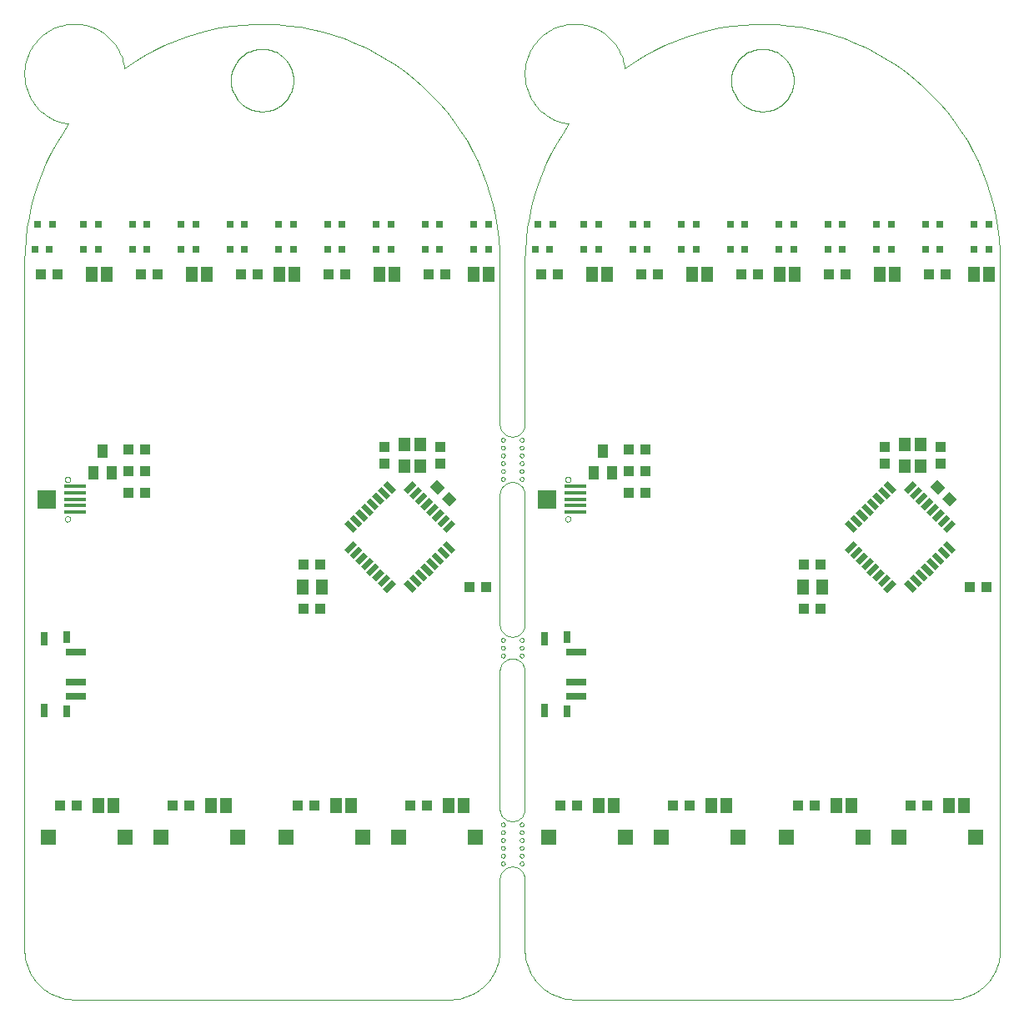
<source format=gtp>
G75*
G70*
%OFA0B0*%
%FSLAX24Y24*%
%IPPOS*%
%LPD*%
%AMOC8*
5,1,8,0,0,1.08239X$1,22.5*
%
%ADD10C,0.0000*%
%ADD11R,0.0500X0.0220*%
%ADD12R,0.0220X0.0500*%
%ADD13R,0.0394X0.0433*%
%ADD14R,0.0433X0.0394*%
%ADD15R,0.0315X0.0315*%
%ADD16R,0.0460X0.0630*%
%ADD17R,0.0787X0.0315*%
%ADD18R,0.0315X0.0472*%
%ADD19R,0.0315X0.0551*%
%ADD20R,0.0512X0.0591*%
%ADD21R,0.0886X0.0157*%
%ADD22R,0.0748X0.0748*%
%ADD23R,0.0472X0.0551*%
%ADD24R,0.0591X0.0591*%
%ADD25R,0.0394X0.0551*%
D10*
X002655Y001008D02*
X017655Y001008D01*
X017750Y001010D01*
X017845Y001017D01*
X017940Y001028D01*
X018034Y001044D01*
X018127Y001064D01*
X018218Y001089D01*
X018309Y001118D01*
X018398Y001151D01*
X018486Y001189D01*
X018571Y001230D01*
X018655Y001276D01*
X018736Y001325D01*
X018815Y001379D01*
X018891Y001436D01*
X018965Y001497D01*
X019035Y001561D01*
X019102Y001628D01*
X019166Y001698D01*
X019227Y001772D01*
X019284Y001848D01*
X019338Y001927D01*
X019387Y002008D01*
X019433Y002092D01*
X019474Y002177D01*
X019512Y002265D01*
X019545Y002354D01*
X019574Y002445D01*
X019599Y002536D01*
X019619Y002629D01*
X019635Y002723D01*
X019646Y002818D01*
X019653Y002913D01*
X019655Y003008D01*
X019655Y005820D01*
X019657Y005864D01*
X019663Y005907D01*
X019672Y005949D01*
X019685Y005991D01*
X019702Y006031D01*
X019722Y006070D01*
X019745Y006107D01*
X019772Y006141D01*
X019801Y006174D01*
X019834Y006203D01*
X019868Y006230D01*
X019905Y006253D01*
X019944Y006273D01*
X019984Y006290D01*
X020026Y006303D01*
X020068Y006312D01*
X020111Y006318D01*
X020155Y006320D01*
X019701Y006445D02*
X019703Y006463D01*
X019709Y006479D01*
X019718Y006494D01*
X019731Y006507D01*
X019746Y006516D01*
X019762Y006522D01*
X019780Y006524D01*
X019798Y006522D01*
X019814Y006516D01*
X019829Y006507D01*
X019842Y006494D01*
X019851Y006479D01*
X019857Y006463D01*
X019859Y006445D01*
X019857Y006427D01*
X019851Y006411D01*
X019842Y006396D01*
X019829Y006383D01*
X019814Y006374D01*
X019798Y006368D01*
X019780Y006366D01*
X019762Y006368D01*
X019746Y006374D01*
X019731Y006383D01*
X019718Y006396D01*
X019709Y006411D01*
X019703Y006427D01*
X019701Y006445D01*
X019701Y006758D02*
X019703Y006776D01*
X019709Y006792D01*
X019718Y006807D01*
X019731Y006820D01*
X019746Y006829D01*
X019762Y006835D01*
X019780Y006837D01*
X019798Y006835D01*
X019814Y006829D01*
X019829Y006820D01*
X019842Y006807D01*
X019851Y006792D01*
X019857Y006776D01*
X019859Y006758D01*
X019857Y006740D01*
X019851Y006724D01*
X019842Y006709D01*
X019829Y006696D01*
X019814Y006687D01*
X019798Y006681D01*
X019780Y006679D01*
X019762Y006681D01*
X019746Y006687D01*
X019731Y006696D01*
X019718Y006709D01*
X019709Y006724D01*
X019703Y006740D01*
X019701Y006758D01*
X019701Y007070D02*
X019703Y007088D01*
X019709Y007104D01*
X019718Y007119D01*
X019731Y007132D01*
X019746Y007141D01*
X019762Y007147D01*
X019780Y007149D01*
X019798Y007147D01*
X019814Y007141D01*
X019829Y007132D01*
X019842Y007119D01*
X019851Y007104D01*
X019857Y007088D01*
X019859Y007070D01*
X019857Y007052D01*
X019851Y007036D01*
X019842Y007021D01*
X019829Y007008D01*
X019814Y006999D01*
X019798Y006993D01*
X019780Y006991D01*
X019762Y006993D01*
X019746Y006999D01*
X019731Y007008D01*
X019718Y007021D01*
X019709Y007036D01*
X019703Y007052D01*
X019701Y007070D01*
X019701Y007383D02*
X019703Y007401D01*
X019709Y007417D01*
X019718Y007432D01*
X019731Y007445D01*
X019746Y007454D01*
X019762Y007460D01*
X019780Y007462D01*
X019798Y007460D01*
X019814Y007454D01*
X019829Y007445D01*
X019842Y007432D01*
X019851Y007417D01*
X019857Y007401D01*
X019859Y007383D01*
X019857Y007365D01*
X019851Y007349D01*
X019842Y007334D01*
X019829Y007321D01*
X019814Y007312D01*
X019798Y007306D01*
X019780Y007304D01*
X019762Y007306D01*
X019746Y007312D01*
X019731Y007321D01*
X019718Y007334D01*
X019709Y007349D01*
X019703Y007365D01*
X019701Y007383D01*
X019701Y007695D02*
X019703Y007713D01*
X019709Y007729D01*
X019718Y007744D01*
X019731Y007757D01*
X019746Y007766D01*
X019762Y007772D01*
X019780Y007774D01*
X019798Y007772D01*
X019814Y007766D01*
X019829Y007757D01*
X019842Y007744D01*
X019851Y007729D01*
X019857Y007713D01*
X019859Y007695D01*
X019857Y007677D01*
X019851Y007661D01*
X019842Y007646D01*
X019829Y007633D01*
X019814Y007624D01*
X019798Y007618D01*
X019780Y007616D01*
X019762Y007618D01*
X019746Y007624D01*
X019731Y007633D01*
X019718Y007646D01*
X019709Y007661D01*
X019703Y007677D01*
X019701Y007695D01*
X019701Y008008D02*
X019703Y008026D01*
X019709Y008042D01*
X019718Y008057D01*
X019731Y008070D01*
X019746Y008079D01*
X019762Y008085D01*
X019780Y008087D01*
X019798Y008085D01*
X019814Y008079D01*
X019829Y008070D01*
X019842Y008057D01*
X019851Y008042D01*
X019857Y008026D01*
X019859Y008008D01*
X019857Y007990D01*
X019851Y007974D01*
X019842Y007959D01*
X019829Y007946D01*
X019814Y007937D01*
X019798Y007931D01*
X019780Y007929D01*
X019762Y007931D01*
X019746Y007937D01*
X019731Y007946D01*
X019718Y007959D01*
X019709Y007974D01*
X019703Y007990D01*
X019701Y008008D01*
X019655Y008633D02*
X019655Y014133D01*
X019657Y014177D01*
X019663Y014220D01*
X019672Y014262D01*
X019685Y014304D01*
X019702Y014344D01*
X019722Y014383D01*
X019745Y014420D01*
X019772Y014454D01*
X019801Y014487D01*
X019834Y014516D01*
X019868Y014543D01*
X019905Y014566D01*
X019944Y014586D01*
X019984Y014603D01*
X020026Y014616D01*
X020068Y014625D01*
X020111Y014631D01*
X020155Y014633D01*
X019701Y014758D02*
X019703Y014776D01*
X019709Y014792D01*
X019718Y014807D01*
X019731Y014820D01*
X019746Y014829D01*
X019762Y014835D01*
X019780Y014837D01*
X019798Y014835D01*
X019814Y014829D01*
X019829Y014820D01*
X019842Y014807D01*
X019851Y014792D01*
X019857Y014776D01*
X019859Y014758D01*
X019857Y014740D01*
X019851Y014724D01*
X019842Y014709D01*
X019829Y014696D01*
X019814Y014687D01*
X019798Y014681D01*
X019780Y014679D01*
X019762Y014681D01*
X019746Y014687D01*
X019731Y014696D01*
X019718Y014709D01*
X019709Y014724D01*
X019703Y014740D01*
X019701Y014758D01*
X019701Y015070D02*
X019703Y015088D01*
X019709Y015104D01*
X019718Y015119D01*
X019731Y015132D01*
X019746Y015141D01*
X019762Y015147D01*
X019780Y015149D01*
X019798Y015147D01*
X019814Y015141D01*
X019829Y015132D01*
X019842Y015119D01*
X019851Y015104D01*
X019857Y015088D01*
X019859Y015070D01*
X019857Y015052D01*
X019851Y015036D01*
X019842Y015021D01*
X019829Y015008D01*
X019814Y014999D01*
X019798Y014993D01*
X019780Y014991D01*
X019762Y014993D01*
X019746Y014999D01*
X019731Y015008D01*
X019718Y015021D01*
X019709Y015036D01*
X019703Y015052D01*
X019701Y015070D01*
X019701Y015383D02*
X019703Y015401D01*
X019709Y015417D01*
X019718Y015432D01*
X019731Y015445D01*
X019746Y015454D01*
X019762Y015460D01*
X019780Y015462D01*
X019798Y015460D01*
X019814Y015454D01*
X019829Y015445D01*
X019842Y015432D01*
X019851Y015417D01*
X019857Y015401D01*
X019859Y015383D01*
X019857Y015365D01*
X019851Y015349D01*
X019842Y015334D01*
X019829Y015321D01*
X019814Y015312D01*
X019798Y015306D01*
X019780Y015304D01*
X019762Y015306D01*
X019746Y015312D01*
X019731Y015321D01*
X019718Y015334D01*
X019709Y015349D01*
X019703Y015365D01*
X019701Y015383D01*
X019655Y016008D02*
X019655Y021195D01*
X019657Y021239D01*
X019663Y021282D01*
X019672Y021324D01*
X019685Y021366D01*
X019702Y021406D01*
X019722Y021445D01*
X019745Y021482D01*
X019772Y021516D01*
X019801Y021549D01*
X019834Y021578D01*
X019868Y021605D01*
X019905Y021628D01*
X019944Y021648D01*
X019984Y021665D01*
X020026Y021678D01*
X020068Y021687D01*
X020111Y021693D01*
X020155Y021695D01*
X019701Y021820D02*
X019703Y021838D01*
X019709Y021854D01*
X019718Y021869D01*
X019731Y021882D01*
X019746Y021891D01*
X019762Y021897D01*
X019780Y021899D01*
X019798Y021897D01*
X019814Y021891D01*
X019829Y021882D01*
X019842Y021869D01*
X019851Y021854D01*
X019857Y021838D01*
X019859Y021820D01*
X019857Y021802D01*
X019851Y021786D01*
X019842Y021771D01*
X019829Y021758D01*
X019814Y021749D01*
X019798Y021743D01*
X019780Y021741D01*
X019762Y021743D01*
X019746Y021749D01*
X019731Y021758D01*
X019718Y021771D01*
X019709Y021786D01*
X019703Y021802D01*
X019701Y021820D01*
X019701Y022133D02*
X019703Y022151D01*
X019709Y022167D01*
X019718Y022182D01*
X019731Y022195D01*
X019746Y022204D01*
X019762Y022210D01*
X019780Y022212D01*
X019798Y022210D01*
X019814Y022204D01*
X019829Y022195D01*
X019842Y022182D01*
X019851Y022167D01*
X019857Y022151D01*
X019859Y022133D01*
X019857Y022115D01*
X019851Y022099D01*
X019842Y022084D01*
X019829Y022071D01*
X019814Y022062D01*
X019798Y022056D01*
X019780Y022054D01*
X019762Y022056D01*
X019746Y022062D01*
X019731Y022071D01*
X019718Y022084D01*
X019709Y022099D01*
X019703Y022115D01*
X019701Y022133D01*
X019701Y022445D02*
X019703Y022463D01*
X019709Y022479D01*
X019718Y022494D01*
X019731Y022507D01*
X019746Y022516D01*
X019762Y022522D01*
X019780Y022524D01*
X019798Y022522D01*
X019814Y022516D01*
X019829Y022507D01*
X019842Y022494D01*
X019851Y022479D01*
X019857Y022463D01*
X019859Y022445D01*
X019857Y022427D01*
X019851Y022411D01*
X019842Y022396D01*
X019829Y022383D01*
X019814Y022374D01*
X019798Y022368D01*
X019780Y022366D01*
X019762Y022368D01*
X019746Y022374D01*
X019731Y022383D01*
X019718Y022396D01*
X019709Y022411D01*
X019703Y022427D01*
X019701Y022445D01*
X019701Y022758D02*
X019703Y022776D01*
X019709Y022792D01*
X019718Y022807D01*
X019731Y022820D01*
X019746Y022829D01*
X019762Y022835D01*
X019780Y022837D01*
X019798Y022835D01*
X019814Y022829D01*
X019829Y022820D01*
X019842Y022807D01*
X019851Y022792D01*
X019857Y022776D01*
X019859Y022758D01*
X019857Y022740D01*
X019851Y022724D01*
X019842Y022709D01*
X019829Y022696D01*
X019814Y022687D01*
X019798Y022681D01*
X019780Y022679D01*
X019762Y022681D01*
X019746Y022687D01*
X019731Y022696D01*
X019718Y022709D01*
X019709Y022724D01*
X019703Y022740D01*
X019701Y022758D01*
X019701Y023070D02*
X019703Y023088D01*
X019709Y023104D01*
X019718Y023119D01*
X019731Y023132D01*
X019746Y023141D01*
X019762Y023147D01*
X019780Y023149D01*
X019798Y023147D01*
X019814Y023141D01*
X019829Y023132D01*
X019842Y023119D01*
X019851Y023104D01*
X019857Y023088D01*
X019859Y023070D01*
X019857Y023052D01*
X019851Y023036D01*
X019842Y023021D01*
X019829Y023008D01*
X019814Y022999D01*
X019798Y022993D01*
X019780Y022991D01*
X019762Y022993D01*
X019746Y022999D01*
X019731Y023008D01*
X019718Y023021D01*
X019709Y023036D01*
X019703Y023052D01*
X019701Y023070D01*
X019701Y023383D02*
X019703Y023401D01*
X019709Y023417D01*
X019718Y023432D01*
X019731Y023445D01*
X019746Y023454D01*
X019762Y023460D01*
X019780Y023462D01*
X019798Y023460D01*
X019814Y023454D01*
X019829Y023445D01*
X019842Y023432D01*
X019851Y023417D01*
X019857Y023401D01*
X019859Y023383D01*
X019857Y023365D01*
X019851Y023349D01*
X019842Y023334D01*
X019829Y023321D01*
X019814Y023312D01*
X019798Y023306D01*
X019780Y023304D01*
X019762Y023306D01*
X019746Y023312D01*
X019731Y023321D01*
X019718Y023334D01*
X019709Y023349D01*
X019703Y023365D01*
X019701Y023383D01*
X019655Y024008D02*
X019655Y030508D01*
X020655Y030508D02*
X020655Y024008D01*
X020653Y023964D01*
X020647Y023921D01*
X020638Y023879D01*
X020625Y023837D01*
X020608Y023797D01*
X020588Y023758D01*
X020565Y023721D01*
X020538Y023687D01*
X020509Y023654D01*
X020476Y023625D01*
X020442Y023598D01*
X020405Y023575D01*
X020366Y023555D01*
X020326Y023538D01*
X020284Y023525D01*
X020242Y023516D01*
X020199Y023510D01*
X020155Y023508D01*
X020451Y023383D02*
X020453Y023401D01*
X020459Y023417D01*
X020468Y023432D01*
X020481Y023445D01*
X020496Y023454D01*
X020512Y023460D01*
X020530Y023462D01*
X020548Y023460D01*
X020564Y023454D01*
X020579Y023445D01*
X020592Y023432D01*
X020601Y023417D01*
X020607Y023401D01*
X020609Y023383D01*
X020607Y023365D01*
X020601Y023349D01*
X020592Y023334D01*
X020579Y023321D01*
X020564Y023312D01*
X020548Y023306D01*
X020530Y023304D01*
X020512Y023306D01*
X020496Y023312D01*
X020481Y023321D01*
X020468Y023334D01*
X020459Y023349D01*
X020453Y023365D01*
X020451Y023383D01*
X020451Y023070D02*
X020453Y023088D01*
X020459Y023104D01*
X020468Y023119D01*
X020481Y023132D01*
X020496Y023141D01*
X020512Y023147D01*
X020530Y023149D01*
X020548Y023147D01*
X020564Y023141D01*
X020579Y023132D01*
X020592Y023119D01*
X020601Y023104D01*
X020607Y023088D01*
X020609Y023070D01*
X020607Y023052D01*
X020601Y023036D01*
X020592Y023021D01*
X020579Y023008D01*
X020564Y022999D01*
X020548Y022993D01*
X020530Y022991D01*
X020512Y022993D01*
X020496Y022999D01*
X020481Y023008D01*
X020468Y023021D01*
X020459Y023036D01*
X020453Y023052D01*
X020451Y023070D01*
X020451Y022758D02*
X020453Y022776D01*
X020459Y022792D01*
X020468Y022807D01*
X020481Y022820D01*
X020496Y022829D01*
X020512Y022835D01*
X020530Y022837D01*
X020548Y022835D01*
X020564Y022829D01*
X020579Y022820D01*
X020592Y022807D01*
X020601Y022792D01*
X020607Y022776D01*
X020609Y022758D01*
X020607Y022740D01*
X020601Y022724D01*
X020592Y022709D01*
X020579Y022696D01*
X020564Y022687D01*
X020548Y022681D01*
X020530Y022679D01*
X020512Y022681D01*
X020496Y022687D01*
X020481Y022696D01*
X020468Y022709D01*
X020459Y022724D01*
X020453Y022740D01*
X020451Y022758D01*
X020451Y022445D02*
X020453Y022463D01*
X020459Y022479D01*
X020468Y022494D01*
X020481Y022507D01*
X020496Y022516D01*
X020512Y022522D01*
X020530Y022524D01*
X020548Y022522D01*
X020564Y022516D01*
X020579Y022507D01*
X020592Y022494D01*
X020601Y022479D01*
X020607Y022463D01*
X020609Y022445D01*
X020607Y022427D01*
X020601Y022411D01*
X020592Y022396D01*
X020579Y022383D01*
X020564Y022374D01*
X020548Y022368D01*
X020530Y022366D01*
X020512Y022368D01*
X020496Y022374D01*
X020481Y022383D01*
X020468Y022396D01*
X020459Y022411D01*
X020453Y022427D01*
X020451Y022445D01*
X020451Y022133D02*
X020453Y022151D01*
X020459Y022167D01*
X020468Y022182D01*
X020481Y022195D01*
X020496Y022204D01*
X020512Y022210D01*
X020530Y022212D01*
X020548Y022210D01*
X020564Y022204D01*
X020579Y022195D01*
X020592Y022182D01*
X020601Y022167D01*
X020607Y022151D01*
X020609Y022133D01*
X020607Y022115D01*
X020601Y022099D01*
X020592Y022084D01*
X020579Y022071D01*
X020564Y022062D01*
X020548Y022056D01*
X020530Y022054D01*
X020512Y022056D01*
X020496Y022062D01*
X020481Y022071D01*
X020468Y022084D01*
X020459Y022099D01*
X020453Y022115D01*
X020451Y022133D01*
X020451Y021820D02*
X020453Y021838D01*
X020459Y021854D01*
X020468Y021869D01*
X020481Y021882D01*
X020496Y021891D01*
X020512Y021897D01*
X020530Y021899D01*
X020548Y021897D01*
X020564Y021891D01*
X020579Y021882D01*
X020592Y021869D01*
X020601Y021854D01*
X020607Y021838D01*
X020609Y021820D01*
X020607Y021802D01*
X020601Y021786D01*
X020592Y021771D01*
X020579Y021758D01*
X020564Y021749D01*
X020548Y021743D01*
X020530Y021741D01*
X020512Y021743D01*
X020496Y021749D01*
X020481Y021758D01*
X020468Y021771D01*
X020459Y021786D01*
X020453Y021802D01*
X020451Y021820D01*
X020655Y021195D02*
X020655Y016008D01*
X020653Y015964D01*
X020647Y015921D01*
X020638Y015879D01*
X020625Y015837D01*
X020608Y015797D01*
X020588Y015758D01*
X020565Y015721D01*
X020538Y015687D01*
X020509Y015654D01*
X020476Y015625D01*
X020442Y015598D01*
X020405Y015575D01*
X020366Y015555D01*
X020326Y015538D01*
X020284Y015525D01*
X020242Y015516D01*
X020199Y015510D01*
X020155Y015508D01*
X020451Y015383D02*
X020453Y015401D01*
X020459Y015417D01*
X020468Y015432D01*
X020481Y015445D01*
X020496Y015454D01*
X020512Y015460D01*
X020530Y015462D01*
X020548Y015460D01*
X020564Y015454D01*
X020579Y015445D01*
X020592Y015432D01*
X020601Y015417D01*
X020607Y015401D01*
X020609Y015383D01*
X020607Y015365D01*
X020601Y015349D01*
X020592Y015334D01*
X020579Y015321D01*
X020564Y015312D01*
X020548Y015306D01*
X020530Y015304D01*
X020512Y015306D01*
X020496Y015312D01*
X020481Y015321D01*
X020468Y015334D01*
X020459Y015349D01*
X020453Y015365D01*
X020451Y015383D01*
X020451Y015070D02*
X020453Y015088D01*
X020459Y015104D01*
X020468Y015119D01*
X020481Y015132D01*
X020496Y015141D01*
X020512Y015147D01*
X020530Y015149D01*
X020548Y015147D01*
X020564Y015141D01*
X020579Y015132D01*
X020592Y015119D01*
X020601Y015104D01*
X020607Y015088D01*
X020609Y015070D01*
X020607Y015052D01*
X020601Y015036D01*
X020592Y015021D01*
X020579Y015008D01*
X020564Y014999D01*
X020548Y014993D01*
X020530Y014991D01*
X020512Y014993D01*
X020496Y014999D01*
X020481Y015008D01*
X020468Y015021D01*
X020459Y015036D01*
X020453Y015052D01*
X020451Y015070D01*
X020451Y014758D02*
X020453Y014776D01*
X020459Y014792D01*
X020468Y014807D01*
X020481Y014820D01*
X020496Y014829D01*
X020512Y014835D01*
X020530Y014837D01*
X020548Y014835D01*
X020564Y014829D01*
X020579Y014820D01*
X020592Y014807D01*
X020601Y014792D01*
X020607Y014776D01*
X020609Y014758D01*
X020607Y014740D01*
X020601Y014724D01*
X020592Y014709D01*
X020579Y014696D01*
X020564Y014687D01*
X020548Y014681D01*
X020530Y014679D01*
X020512Y014681D01*
X020496Y014687D01*
X020481Y014696D01*
X020468Y014709D01*
X020459Y014724D01*
X020453Y014740D01*
X020451Y014758D01*
X020655Y014133D02*
X020655Y008633D01*
X020653Y008589D01*
X020647Y008546D01*
X020638Y008504D01*
X020625Y008462D01*
X020608Y008422D01*
X020588Y008383D01*
X020565Y008346D01*
X020538Y008312D01*
X020509Y008279D01*
X020476Y008250D01*
X020442Y008223D01*
X020405Y008200D01*
X020366Y008180D01*
X020326Y008163D01*
X020284Y008150D01*
X020242Y008141D01*
X020199Y008135D01*
X020155Y008133D01*
X020451Y008008D02*
X020453Y008026D01*
X020459Y008042D01*
X020468Y008057D01*
X020481Y008070D01*
X020496Y008079D01*
X020512Y008085D01*
X020530Y008087D01*
X020548Y008085D01*
X020564Y008079D01*
X020579Y008070D01*
X020592Y008057D01*
X020601Y008042D01*
X020607Y008026D01*
X020609Y008008D01*
X020607Y007990D01*
X020601Y007974D01*
X020592Y007959D01*
X020579Y007946D01*
X020564Y007937D01*
X020548Y007931D01*
X020530Y007929D01*
X020512Y007931D01*
X020496Y007937D01*
X020481Y007946D01*
X020468Y007959D01*
X020459Y007974D01*
X020453Y007990D01*
X020451Y008008D01*
X020451Y007695D02*
X020453Y007713D01*
X020459Y007729D01*
X020468Y007744D01*
X020481Y007757D01*
X020496Y007766D01*
X020512Y007772D01*
X020530Y007774D01*
X020548Y007772D01*
X020564Y007766D01*
X020579Y007757D01*
X020592Y007744D01*
X020601Y007729D01*
X020607Y007713D01*
X020609Y007695D01*
X020607Y007677D01*
X020601Y007661D01*
X020592Y007646D01*
X020579Y007633D01*
X020564Y007624D01*
X020548Y007618D01*
X020530Y007616D01*
X020512Y007618D01*
X020496Y007624D01*
X020481Y007633D01*
X020468Y007646D01*
X020459Y007661D01*
X020453Y007677D01*
X020451Y007695D01*
X020451Y007383D02*
X020453Y007401D01*
X020459Y007417D01*
X020468Y007432D01*
X020481Y007445D01*
X020496Y007454D01*
X020512Y007460D01*
X020530Y007462D01*
X020548Y007460D01*
X020564Y007454D01*
X020579Y007445D01*
X020592Y007432D01*
X020601Y007417D01*
X020607Y007401D01*
X020609Y007383D01*
X020607Y007365D01*
X020601Y007349D01*
X020592Y007334D01*
X020579Y007321D01*
X020564Y007312D01*
X020548Y007306D01*
X020530Y007304D01*
X020512Y007306D01*
X020496Y007312D01*
X020481Y007321D01*
X020468Y007334D01*
X020459Y007349D01*
X020453Y007365D01*
X020451Y007383D01*
X020451Y007070D02*
X020453Y007088D01*
X020459Y007104D01*
X020468Y007119D01*
X020481Y007132D01*
X020496Y007141D01*
X020512Y007147D01*
X020530Y007149D01*
X020548Y007147D01*
X020564Y007141D01*
X020579Y007132D01*
X020592Y007119D01*
X020601Y007104D01*
X020607Y007088D01*
X020609Y007070D01*
X020607Y007052D01*
X020601Y007036D01*
X020592Y007021D01*
X020579Y007008D01*
X020564Y006999D01*
X020548Y006993D01*
X020530Y006991D01*
X020512Y006993D01*
X020496Y006999D01*
X020481Y007008D01*
X020468Y007021D01*
X020459Y007036D01*
X020453Y007052D01*
X020451Y007070D01*
X020451Y006758D02*
X020453Y006776D01*
X020459Y006792D01*
X020468Y006807D01*
X020481Y006820D01*
X020496Y006829D01*
X020512Y006835D01*
X020530Y006837D01*
X020548Y006835D01*
X020564Y006829D01*
X020579Y006820D01*
X020592Y006807D01*
X020601Y006792D01*
X020607Y006776D01*
X020609Y006758D01*
X020607Y006740D01*
X020601Y006724D01*
X020592Y006709D01*
X020579Y006696D01*
X020564Y006687D01*
X020548Y006681D01*
X020530Y006679D01*
X020512Y006681D01*
X020496Y006687D01*
X020481Y006696D01*
X020468Y006709D01*
X020459Y006724D01*
X020453Y006740D01*
X020451Y006758D01*
X020451Y006445D02*
X020453Y006463D01*
X020459Y006479D01*
X020468Y006494D01*
X020481Y006507D01*
X020496Y006516D01*
X020512Y006522D01*
X020530Y006524D01*
X020548Y006522D01*
X020564Y006516D01*
X020579Y006507D01*
X020592Y006494D01*
X020601Y006479D01*
X020607Y006463D01*
X020609Y006445D01*
X020607Y006427D01*
X020601Y006411D01*
X020592Y006396D01*
X020579Y006383D01*
X020564Y006374D01*
X020548Y006368D01*
X020530Y006366D01*
X020512Y006368D01*
X020496Y006374D01*
X020481Y006383D01*
X020468Y006396D01*
X020459Y006411D01*
X020453Y006427D01*
X020451Y006445D01*
X020655Y005820D02*
X020655Y003008D01*
X020657Y002913D01*
X020664Y002818D01*
X020675Y002723D01*
X020691Y002629D01*
X020711Y002536D01*
X020736Y002445D01*
X020765Y002354D01*
X020798Y002265D01*
X020836Y002177D01*
X020877Y002092D01*
X020923Y002008D01*
X020972Y001927D01*
X021026Y001848D01*
X021083Y001772D01*
X021144Y001698D01*
X021208Y001628D01*
X021275Y001561D01*
X021345Y001497D01*
X021419Y001436D01*
X021495Y001379D01*
X021574Y001325D01*
X021655Y001276D01*
X021739Y001230D01*
X021824Y001189D01*
X021912Y001151D01*
X022001Y001118D01*
X022092Y001089D01*
X022183Y001064D01*
X022276Y001044D01*
X022370Y001028D01*
X022465Y001017D01*
X022560Y001010D01*
X022655Y001008D01*
X037655Y001008D01*
X037750Y001010D01*
X037845Y001017D01*
X037940Y001028D01*
X038034Y001044D01*
X038127Y001064D01*
X038218Y001089D01*
X038309Y001118D01*
X038398Y001151D01*
X038486Y001189D01*
X038571Y001230D01*
X038655Y001276D01*
X038736Y001325D01*
X038815Y001379D01*
X038891Y001436D01*
X038965Y001497D01*
X039035Y001561D01*
X039102Y001628D01*
X039166Y001698D01*
X039227Y001772D01*
X039284Y001848D01*
X039338Y001927D01*
X039387Y002008D01*
X039433Y002092D01*
X039474Y002177D01*
X039512Y002265D01*
X039545Y002354D01*
X039574Y002445D01*
X039599Y002536D01*
X039619Y002629D01*
X039635Y002723D01*
X039646Y002818D01*
X039653Y002913D01*
X039655Y003008D01*
X039655Y030508D01*
X039644Y030970D01*
X039610Y031431D01*
X039554Y031890D01*
X039476Y032345D01*
X039375Y032796D01*
X039253Y033242D01*
X039109Y033681D01*
X038944Y034113D01*
X038759Y034536D01*
X038553Y034950D01*
X038327Y035353D01*
X038081Y035745D01*
X037817Y036124D01*
X037535Y036490D01*
X037235Y036842D01*
X036919Y037179D01*
X036586Y037500D01*
X036239Y037804D01*
X035877Y038092D01*
X035501Y038361D01*
X035113Y038612D01*
X034713Y038843D01*
X034302Y039055D01*
X033881Y039247D01*
X033452Y039418D01*
X033015Y039567D01*
X032571Y039696D01*
X032121Y039802D01*
X031667Y039887D01*
X031209Y039949D01*
X030748Y039989D01*
X030287Y040007D01*
X029824Y040002D01*
X029363Y039975D01*
X028904Y039925D01*
X028447Y039853D01*
X027995Y039759D01*
X027547Y039643D01*
X027106Y039505D01*
X026672Y039346D01*
X026246Y039167D01*
X025830Y038966D01*
X025424Y038746D01*
X025028Y038506D01*
X024646Y038247D01*
X024645Y038248D02*
X024631Y038344D01*
X024612Y038440D01*
X024589Y038535D01*
X024561Y038628D01*
X024528Y038720D01*
X024492Y038810D01*
X024450Y038898D01*
X024405Y038984D01*
X024356Y039068D01*
X024302Y039150D01*
X024245Y039228D01*
X024183Y039304D01*
X024119Y039377D01*
X024050Y039446D01*
X023979Y039513D01*
X023904Y039575D01*
X023826Y039634D01*
X023746Y039689D01*
X023663Y039740D01*
X023578Y039787D01*
X023490Y039830D01*
X023401Y039868D01*
X023309Y039902D01*
X023217Y039932D01*
X023123Y039957D01*
X023027Y039977D01*
X022931Y039993D01*
X022834Y040004D01*
X022737Y040010D01*
X022640Y040012D01*
X022542Y040009D01*
X022445Y040001D01*
X022349Y039988D01*
X022253Y039971D01*
X022158Y039949D01*
X022064Y039923D01*
X021972Y039892D01*
X021881Y039857D01*
X021792Y039817D01*
X021705Y039773D01*
X021621Y039724D01*
X021538Y039672D01*
X021459Y039616D01*
X021382Y039556D01*
X021308Y039492D01*
X021238Y039425D01*
X021171Y039355D01*
X021107Y039281D01*
X021047Y039204D01*
X020991Y039125D01*
X020939Y039042D01*
X020890Y038958D01*
X020846Y038871D01*
X020806Y038782D01*
X020771Y038691D01*
X020740Y038599D01*
X020714Y038505D01*
X020692Y038410D01*
X020675Y038314D01*
X020662Y038218D01*
X020654Y038121D01*
X020651Y038023D01*
X020653Y037926D01*
X020659Y037829D01*
X020670Y037732D01*
X020686Y037636D01*
X020706Y037540D01*
X020731Y037446D01*
X020761Y037354D01*
X020795Y037262D01*
X020833Y037173D01*
X020876Y037085D01*
X020923Y037000D01*
X020974Y036917D01*
X021029Y036837D01*
X021088Y036759D01*
X021150Y036684D01*
X021217Y036613D01*
X021286Y036544D01*
X021359Y036480D01*
X021435Y036418D01*
X021513Y036361D01*
X021595Y036307D01*
X021679Y036258D01*
X021765Y036213D01*
X021853Y036171D01*
X021943Y036135D01*
X022035Y036102D01*
X022128Y036074D01*
X022223Y036051D01*
X022319Y036032D01*
X022415Y036018D01*
X028905Y037758D02*
X028907Y037828D01*
X028913Y037898D01*
X028923Y037967D01*
X028936Y038036D01*
X028954Y038104D01*
X028975Y038171D01*
X029000Y038236D01*
X029029Y038300D01*
X029061Y038363D01*
X029097Y038423D01*
X029136Y038481D01*
X029178Y038537D01*
X029223Y038591D01*
X029271Y038642D01*
X029322Y038690D01*
X029376Y038735D01*
X029432Y038777D01*
X029490Y038816D01*
X029550Y038852D01*
X029613Y038884D01*
X029677Y038913D01*
X029742Y038938D01*
X029809Y038959D01*
X029877Y038977D01*
X029946Y038990D01*
X030015Y039000D01*
X030085Y039006D01*
X030155Y039008D01*
X030225Y039006D01*
X030295Y039000D01*
X030364Y038990D01*
X030433Y038977D01*
X030501Y038959D01*
X030568Y038938D01*
X030633Y038913D01*
X030697Y038884D01*
X030760Y038852D01*
X030820Y038816D01*
X030878Y038777D01*
X030934Y038735D01*
X030988Y038690D01*
X031039Y038642D01*
X031087Y038591D01*
X031132Y038537D01*
X031174Y038481D01*
X031213Y038423D01*
X031249Y038363D01*
X031281Y038300D01*
X031310Y038236D01*
X031335Y038171D01*
X031356Y038104D01*
X031374Y038036D01*
X031387Y037967D01*
X031397Y037898D01*
X031403Y037828D01*
X031405Y037758D01*
X031403Y037688D01*
X031397Y037618D01*
X031387Y037549D01*
X031374Y037480D01*
X031356Y037412D01*
X031335Y037345D01*
X031310Y037280D01*
X031281Y037216D01*
X031249Y037153D01*
X031213Y037093D01*
X031174Y037035D01*
X031132Y036979D01*
X031087Y036925D01*
X031039Y036874D01*
X030988Y036826D01*
X030934Y036781D01*
X030878Y036739D01*
X030820Y036700D01*
X030760Y036664D01*
X030697Y036632D01*
X030633Y036603D01*
X030568Y036578D01*
X030501Y036557D01*
X030433Y036539D01*
X030364Y036526D01*
X030295Y036516D01*
X030225Y036510D01*
X030155Y036508D01*
X030085Y036510D01*
X030015Y036516D01*
X029946Y036526D01*
X029877Y036539D01*
X029809Y036557D01*
X029742Y036578D01*
X029677Y036603D01*
X029613Y036632D01*
X029550Y036664D01*
X029490Y036700D01*
X029432Y036739D01*
X029376Y036781D01*
X029322Y036826D01*
X029271Y036874D01*
X029223Y036925D01*
X029178Y036979D01*
X029136Y037035D01*
X029097Y037093D01*
X029061Y037153D01*
X029029Y037216D01*
X029000Y037280D01*
X028975Y037345D01*
X028954Y037412D01*
X028936Y037480D01*
X028923Y037549D01*
X028913Y037618D01*
X028907Y037688D01*
X028905Y037758D01*
X022416Y036017D02*
X022162Y035643D01*
X021927Y035257D01*
X021711Y034860D01*
X021513Y034454D01*
X021335Y034038D01*
X021177Y033614D01*
X021040Y033184D01*
X020923Y032747D01*
X020827Y032305D01*
X020752Y031860D01*
X020698Y031411D01*
X020666Y030960D01*
X020655Y030508D01*
X019655Y024008D02*
X019657Y023964D01*
X019663Y023921D01*
X019672Y023879D01*
X019685Y023837D01*
X019702Y023797D01*
X019722Y023758D01*
X019745Y023721D01*
X019772Y023687D01*
X019801Y023654D01*
X019834Y023625D01*
X019868Y023598D01*
X019905Y023575D01*
X019944Y023555D01*
X019984Y023538D01*
X020026Y023525D01*
X020068Y023516D01*
X020111Y023510D01*
X020155Y023508D01*
X020155Y021695D02*
X020199Y021693D01*
X020242Y021687D01*
X020284Y021678D01*
X020326Y021665D01*
X020366Y021648D01*
X020405Y021628D01*
X020442Y021605D01*
X020476Y021578D01*
X020509Y021549D01*
X020538Y021516D01*
X020565Y021482D01*
X020588Y021445D01*
X020608Y021406D01*
X020625Y021366D01*
X020638Y021324D01*
X020647Y021282D01*
X020653Y021239D01*
X020655Y021195D01*
X022269Y021795D02*
X022271Y021815D01*
X022277Y021835D01*
X022286Y021853D01*
X022299Y021870D01*
X022314Y021883D01*
X022332Y021893D01*
X022352Y021900D01*
X022372Y021903D01*
X022392Y021902D01*
X022412Y021897D01*
X022431Y021889D01*
X022448Y021877D01*
X022462Y021862D01*
X022473Y021844D01*
X022481Y021825D01*
X022485Y021805D01*
X022485Y021785D01*
X022481Y021765D01*
X022473Y021746D01*
X022462Y021728D01*
X022448Y021713D01*
X022431Y021701D01*
X022412Y021693D01*
X022392Y021688D01*
X022372Y021687D01*
X022352Y021690D01*
X022332Y021697D01*
X022314Y021707D01*
X022299Y021720D01*
X022286Y021737D01*
X022277Y021755D01*
X022271Y021775D01*
X022269Y021795D01*
X022269Y020220D02*
X022271Y020240D01*
X022277Y020260D01*
X022286Y020278D01*
X022299Y020295D01*
X022314Y020308D01*
X022332Y020318D01*
X022352Y020325D01*
X022372Y020328D01*
X022392Y020327D01*
X022412Y020322D01*
X022431Y020314D01*
X022448Y020302D01*
X022462Y020287D01*
X022473Y020269D01*
X022481Y020250D01*
X022485Y020230D01*
X022485Y020210D01*
X022481Y020190D01*
X022473Y020171D01*
X022462Y020153D01*
X022448Y020138D01*
X022431Y020126D01*
X022412Y020118D01*
X022392Y020113D01*
X022372Y020112D01*
X022352Y020115D01*
X022332Y020122D01*
X022314Y020132D01*
X022299Y020145D01*
X022286Y020162D01*
X022277Y020180D01*
X022271Y020200D01*
X022269Y020220D01*
X019655Y016008D02*
X019657Y015964D01*
X019663Y015921D01*
X019672Y015879D01*
X019685Y015837D01*
X019702Y015797D01*
X019722Y015758D01*
X019745Y015721D01*
X019772Y015687D01*
X019801Y015654D01*
X019834Y015625D01*
X019868Y015598D01*
X019905Y015575D01*
X019944Y015555D01*
X019984Y015538D01*
X020026Y015525D01*
X020068Y015516D01*
X020111Y015510D01*
X020155Y015508D01*
X020155Y014633D02*
X020199Y014631D01*
X020242Y014625D01*
X020284Y014616D01*
X020326Y014603D01*
X020366Y014586D01*
X020405Y014566D01*
X020442Y014543D01*
X020476Y014516D01*
X020509Y014487D01*
X020538Y014454D01*
X020565Y014420D01*
X020588Y014383D01*
X020608Y014344D01*
X020625Y014304D01*
X020638Y014262D01*
X020647Y014220D01*
X020653Y014177D01*
X020655Y014133D01*
X019655Y008633D02*
X019657Y008589D01*
X019663Y008546D01*
X019672Y008504D01*
X019685Y008462D01*
X019702Y008422D01*
X019722Y008383D01*
X019745Y008346D01*
X019772Y008312D01*
X019801Y008279D01*
X019834Y008250D01*
X019868Y008223D01*
X019905Y008200D01*
X019944Y008180D01*
X019984Y008163D01*
X020026Y008150D01*
X020068Y008141D01*
X020111Y008135D01*
X020155Y008133D01*
X020155Y006320D02*
X020199Y006318D01*
X020242Y006312D01*
X020284Y006303D01*
X020326Y006290D01*
X020366Y006273D01*
X020405Y006253D01*
X020442Y006230D01*
X020476Y006203D01*
X020509Y006174D01*
X020538Y006141D01*
X020565Y006107D01*
X020588Y006070D01*
X020608Y006031D01*
X020625Y005991D01*
X020638Y005949D01*
X020647Y005907D01*
X020653Y005864D01*
X020655Y005820D01*
X002655Y001008D02*
X002560Y001010D01*
X002465Y001017D01*
X002370Y001028D01*
X002276Y001044D01*
X002183Y001064D01*
X002092Y001089D01*
X002001Y001118D01*
X001912Y001151D01*
X001824Y001189D01*
X001739Y001230D01*
X001655Y001276D01*
X001574Y001325D01*
X001495Y001379D01*
X001419Y001436D01*
X001345Y001497D01*
X001275Y001561D01*
X001208Y001628D01*
X001144Y001698D01*
X001083Y001772D01*
X001026Y001848D01*
X000972Y001927D01*
X000923Y002008D01*
X000877Y002092D01*
X000836Y002177D01*
X000798Y002265D01*
X000765Y002354D01*
X000736Y002445D01*
X000711Y002536D01*
X000691Y002629D01*
X000675Y002723D01*
X000664Y002818D01*
X000657Y002913D01*
X000655Y003008D01*
X000655Y030508D01*
X002415Y036018D02*
X002319Y036032D01*
X002223Y036051D01*
X002128Y036074D01*
X002035Y036102D01*
X001943Y036135D01*
X001853Y036171D01*
X001765Y036213D01*
X001679Y036258D01*
X001595Y036307D01*
X001513Y036361D01*
X001435Y036418D01*
X001359Y036480D01*
X001286Y036544D01*
X001217Y036613D01*
X001150Y036684D01*
X001088Y036759D01*
X001029Y036837D01*
X000974Y036917D01*
X000923Y037000D01*
X000876Y037085D01*
X000833Y037173D01*
X000795Y037262D01*
X000761Y037354D01*
X000731Y037446D01*
X000706Y037540D01*
X000686Y037636D01*
X000670Y037732D01*
X000659Y037829D01*
X000653Y037926D01*
X000651Y038023D01*
X000654Y038121D01*
X000662Y038218D01*
X000675Y038314D01*
X000692Y038410D01*
X000714Y038505D01*
X000740Y038599D01*
X000771Y038691D01*
X000806Y038782D01*
X000846Y038871D01*
X000890Y038958D01*
X000939Y039042D01*
X000991Y039125D01*
X001047Y039204D01*
X001107Y039281D01*
X001171Y039355D01*
X001238Y039425D01*
X001308Y039492D01*
X001382Y039556D01*
X001459Y039616D01*
X001538Y039672D01*
X001621Y039724D01*
X001705Y039773D01*
X001792Y039817D01*
X001881Y039857D01*
X001972Y039892D01*
X002064Y039923D01*
X002158Y039949D01*
X002253Y039971D01*
X002349Y039988D01*
X002445Y040001D01*
X002542Y040009D01*
X002640Y040012D01*
X002737Y040010D01*
X002834Y040004D01*
X002931Y039993D01*
X003027Y039977D01*
X003123Y039957D01*
X003217Y039932D01*
X003309Y039902D01*
X003401Y039868D01*
X003490Y039830D01*
X003578Y039787D01*
X003663Y039740D01*
X003746Y039689D01*
X003826Y039634D01*
X003904Y039575D01*
X003979Y039513D01*
X004050Y039446D01*
X004119Y039377D01*
X004183Y039304D01*
X004245Y039228D01*
X004302Y039150D01*
X004356Y039068D01*
X004405Y038984D01*
X004450Y038898D01*
X004492Y038810D01*
X004528Y038720D01*
X004561Y038628D01*
X004589Y038535D01*
X004612Y038440D01*
X004631Y038344D01*
X004645Y038248D01*
X008905Y037758D02*
X008907Y037828D01*
X008913Y037898D01*
X008923Y037967D01*
X008936Y038036D01*
X008954Y038104D01*
X008975Y038171D01*
X009000Y038236D01*
X009029Y038300D01*
X009061Y038363D01*
X009097Y038423D01*
X009136Y038481D01*
X009178Y038537D01*
X009223Y038591D01*
X009271Y038642D01*
X009322Y038690D01*
X009376Y038735D01*
X009432Y038777D01*
X009490Y038816D01*
X009550Y038852D01*
X009613Y038884D01*
X009677Y038913D01*
X009742Y038938D01*
X009809Y038959D01*
X009877Y038977D01*
X009946Y038990D01*
X010015Y039000D01*
X010085Y039006D01*
X010155Y039008D01*
X010225Y039006D01*
X010295Y039000D01*
X010364Y038990D01*
X010433Y038977D01*
X010501Y038959D01*
X010568Y038938D01*
X010633Y038913D01*
X010697Y038884D01*
X010760Y038852D01*
X010820Y038816D01*
X010878Y038777D01*
X010934Y038735D01*
X010988Y038690D01*
X011039Y038642D01*
X011087Y038591D01*
X011132Y038537D01*
X011174Y038481D01*
X011213Y038423D01*
X011249Y038363D01*
X011281Y038300D01*
X011310Y038236D01*
X011335Y038171D01*
X011356Y038104D01*
X011374Y038036D01*
X011387Y037967D01*
X011397Y037898D01*
X011403Y037828D01*
X011405Y037758D01*
X011403Y037688D01*
X011397Y037618D01*
X011387Y037549D01*
X011374Y037480D01*
X011356Y037412D01*
X011335Y037345D01*
X011310Y037280D01*
X011281Y037216D01*
X011249Y037153D01*
X011213Y037093D01*
X011174Y037035D01*
X011132Y036979D01*
X011087Y036925D01*
X011039Y036874D01*
X010988Y036826D01*
X010934Y036781D01*
X010878Y036739D01*
X010820Y036700D01*
X010760Y036664D01*
X010697Y036632D01*
X010633Y036603D01*
X010568Y036578D01*
X010501Y036557D01*
X010433Y036539D01*
X010364Y036526D01*
X010295Y036516D01*
X010225Y036510D01*
X010155Y036508D01*
X010085Y036510D01*
X010015Y036516D01*
X009946Y036526D01*
X009877Y036539D01*
X009809Y036557D01*
X009742Y036578D01*
X009677Y036603D01*
X009613Y036632D01*
X009550Y036664D01*
X009490Y036700D01*
X009432Y036739D01*
X009376Y036781D01*
X009322Y036826D01*
X009271Y036874D01*
X009223Y036925D01*
X009178Y036979D01*
X009136Y037035D01*
X009097Y037093D01*
X009061Y037153D01*
X009029Y037216D01*
X009000Y037280D01*
X008975Y037345D01*
X008954Y037412D01*
X008936Y037480D01*
X008923Y037549D01*
X008913Y037618D01*
X008907Y037688D01*
X008905Y037758D01*
X004646Y038247D02*
X005028Y038506D01*
X005424Y038746D01*
X005830Y038966D01*
X006246Y039167D01*
X006672Y039346D01*
X007106Y039505D01*
X007547Y039643D01*
X007995Y039759D01*
X008447Y039853D01*
X008904Y039925D01*
X009363Y039975D01*
X009824Y040002D01*
X010287Y040007D01*
X010748Y039989D01*
X011209Y039949D01*
X011667Y039887D01*
X012121Y039802D01*
X012571Y039696D01*
X013015Y039567D01*
X013452Y039418D01*
X013881Y039247D01*
X014302Y039055D01*
X014713Y038843D01*
X015113Y038612D01*
X015501Y038361D01*
X015877Y038092D01*
X016239Y037804D01*
X016586Y037500D01*
X016919Y037179D01*
X017235Y036842D01*
X017535Y036490D01*
X017817Y036124D01*
X018081Y035745D01*
X018327Y035353D01*
X018553Y034950D01*
X018759Y034536D01*
X018944Y034113D01*
X019109Y033681D01*
X019253Y033242D01*
X019375Y032796D01*
X019476Y032345D01*
X019554Y031890D01*
X019610Y031431D01*
X019644Y030970D01*
X019655Y030508D01*
X002416Y036017D02*
X002162Y035643D01*
X001927Y035257D01*
X001711Y034860D01*
X001513Y034454D01*
X001335Y034038D01*
X001177Y033614D01*
X001040Y033184D01*
X000923Y032747D01*
X000827Y032305D01*
X000752Y031860D01*
X000698Y031411D01*
X000666Y030960D01*
X000655Y030508D01*
X002269Y021795D02*
X002271Y021815D01*
X002277Y021835D01*
X002286Y021853D01*
X002299Y021870D01*
X002314Y021883D01*
X002332Y021893D01*
X002352Y021900D01*
X002372Y021903D01*
X002392Y021902D01*
X002412Y021897D01*
X002431Y021889D01*
X002448Y021877D01*
X002462Y021862D01*
X002473Y021844D01*
X002481Y021825D01*
X002485Y021805D01*
X002485Y021785D01*
X002481Y021765D01*
X002473Y021746D01*
X002462Y021728D01*
X002448Y021713D01*
X002431Y021701D01*
X002412Y021693D01*
X002392Y021688D01*
X002372Y021687D01*
X002352Y021690D01*
X002332Y021697D01*
X002314Y021707D01*
X002299Y021720D01*
X002286Y021737D01*
X002277Y021755D01*
X002271Y021775D01*
X002269Y021795D01*
X002269Y020220D02*
X002271Y020240D01*
X002277Y020260D01*
X002286Y020278D01*
X002299Y020295D01*
X002314Y020308D01*
X002332Y020318D01*
X002352Y020325D01*
X002372Y020328D01*
X002392Y020327D01*
X002412Y020322D01*
X002431Y020314D01*
X002448Y020302D01*
X002462Y020287D01*
X002473Y020269D01*
X002481Y020250D01*
X002485Y020230D01*
X002485Y020210D01*
X002481Y020190D01*
X002473Y020171D01*
X002462Y020153D01*
X002448Y020138D01*
X002431Y020126D01*
X002412Y020118D01*
X002392Y020113D01*
X002372Y020112D01*
X002352Y020115D01*
X002332Y020122D01*
X002314Y020132D01*
X002299Y020145D01*
X002286Y020162D01*
X002277Y020180D01*
X002271Y020200D01*
X002269Y020220D01*
D11*
G36*
X013427Y018994D02*
X013779Y019346D01*
X013935Y019190D01*
X013583Y018838D01*
X013427Y018994D01*
G37*
G36*
X013649Y018772D02*
X014001Y019124D01*
X014157Y018968D01*
X013805Y018616D01*
X013649Y018772D01*
G37*
G36*
X013872Y018549D02*
X014224Y018901D01*
X014380Y018745D01*
X014028Y018393D01*
X013872Y018549D01*
G37*
G36*
X014095Y018326D02*
X014447Y018678D01*
X014603Y018522D01*
X014251Y018170D01*
X014095Y018326D01*
G37*
G36*
X014317Y018103D02*
X014669Y018455D01*
X014825Y018299D01*
X014473Y017947D01*
X014317Y018103D01*
G37*
G36*
X014540Y017881D02*
X014892Y018233D01*
X015048Y018077D01*
X014696Y017725D01*
X014540Y017881D01*
G37*
G36*
X014763Y017658D02*
X015115Y018010D01*
X015271Y017854D01*
X014919Y017502D01*
X014763Y017658D01*
G37*
G36*
X014986Y017435D02*
X015338Y017787D01*
X015494Y017631D01*
X015142Y017279D01*
X014986Y017435D01*
G37*
G36*
X017376Y019825D02*
X017728Y020177D01*
X017884Y020021D01*
X017532Y019669D01*
X017376Y019825D01*
G37*
G36*
X017153Y020048D02*
X017505Y020400D01*
X017661Y020244D01*
X017309Y019892D01*
X017153Y020048D01*
G37*
G36*
X016930Y020271D02*
X017282Y020623D01*
X017438Y020467D01*
X017086Y020115D01*
X016930Y020271D01*
G37*
G36*
X016707Y020493D02*
X017059Y020845D01*
X017215Y020689D01*
X016863Y020337D01*
X016707Y020493D01*
G37*
G36*
X016485Y020716D02*
X016837Y021068D01*
X016993Y020912D01*
X016641Y020560D01*
X016485Y020716D01*
G37*
G36*
X016262Y020939D02*
X016614Y021291D01*
X016770Y021135D01*
X016418Y020783D01*
X016262Y020939D01*
G37*
G36*
X016039Y021162D02*
X016391Y021514D01*
X016547Y021358D01*
X016195Y021006D01*
X016039Y021162D01*
G37*
G36*
X015817Y021384D02*
X016169Y021736D01*
X016325Y021580D01*
X015973Y021228D01*
X015817Y021384D01*
G37*
G36*
X033427Y018994D02*
X033779Y019346D01*
X033935Y019190D01*
X033583Y018838D01*
X033427Y018994D01*
G37*
G36*
X033649Y018772D02*
X034001Y019124D01*
X034157Y018968D01*
X033805Y018616D01*
X033649Y018772D01*
G37*
G36*
X033872Y018549D02*
X034224Y018901D01*
X034380Y018745D01*
X034028Y018393D01*
X033872Y018549D01*
G37*
G36*
X034095Y018326D02*
X034447Y018678D01*
X034603Y018522D01*
X034251Y018170D01*
X034095Y018326D01*
G37*
G36*
X034317Y018103D02*
X034669Y018455D01*
X034825Y018299D01*
X034473Y017947D01*
X034317Y018103D01*
G37*
G36*
X034540Y017881D02*
X034892Y018233D01*
X035048Y018077D01*
X034696Y017725D01*
X034540Y017881D01*
G37*
G36*
X034763Y017658D02*
X035115Y018010D01*
X035271Y017854D01*
X034919Y017502D01*
X034763Y017658D01*
G37*
G36*
X034986Y017435D02*
X035338Y017787D01*
X035494Y017631D01*
X035142Y017279D01*
X034986Y017435D01*
G37*
G36*
X037376Y019825D02*
X037728Y020177D01*
X037884Y020021D01*
X037532Y019669D01*
X037376Y019825D01*
G37*
G36*
X037153Y020048D02*
X037505Y020400D01*
X037661Y020244D01*
X037309Y019892D01*
X037153Y020048D01*
G37*
G36*
X036930Y020271D02*
X037282Y020623D01*
X037438Y020467D01*
X037086Y020115D01*
X036930Y020271D01*
G37*
G36*
X036707Y020493D02*
X037059Y020845D01*
X037215Y020689D01*
X036863Y020337D01*
X036707Y020493D01*
G37*
G36*
X036485Y020716D02*
X036837Y021068D01*
X036993Y020912D01*
X036641Y020560D01*
X036485Y020716D01*
G37*
G36*
X036262Y020939D02*
X036614Y021291D01*
X036770Y021135D01*
X036418Y020783D01*
X036262Y020939D01*
G37*
G36*
X036039Y021162D02*
X036391Y021514D01*
X036547Y021358D01*
X036195Y021006D01*
X036039Y021162D01*
G37*
G36*
X035817Y021384D02*
X036169Y021736D01*
X036325Y021580D01*
X035973Y021228D01*
X035817Y021384D01*
G37*
D12*
G36*
X034986Y021580D02*
X035142Y021736D01*
X035494Y021384D01*
X035338Y021228D01*
X034986Y021580D01*
G37*
G36*
X034763Y021358D02*
X034919Y021514D01*
X035271Y021162D01*
X035115Y021006D01*
X034763Y021358D01*
G37*
G36*
X034540Y021135D02*
X034696Y021291D01*
X035048Y020939D01*
X034892Y020783D01*
X034540Y021135D01*
G37*
G36*
X034317Y020912D02*
X034473Y021068D01*
X034825Y020716D01*
X034669Y020560D01*
X034317Y020912D01*
G37*
G36*
X034095Y020689D02*
X034251Y020845D01*
X034603Y020493D01*
X034447Y020337D01*
X034095Y020689D01*
G37*
G36*
X033872Y020467D02*
X034028Y020623D01*
X034380Y020271D01*
X034224Y020115D01*
X033872Y020467D01*
G37*
G36*
X033649Y020244D02*
X033805Y020400D01*
X034157Y020048D01*
X034001Y019892D01*
X033649Y020244D01*
G37*
G36*
X033427Y020021D02*
X033583Y020177D01*
X033935Y019825D01*
X033779Y019669D01*
X033427Y020021D01*
G37*
G36*
X035817Y017631D02*
X035973Y017787D01*
X036325Y017435D01*
X036169Y017279D01*
X035817Y017631D01*
G37*
G36*
X036039Y017854D02*
X036195Y018010D01*
X036547Y017658D01*
X036391Y017502D01*
X036039Y017854D01*
G37*
G36*
X036262Y018077D02*
X036418Y018233D01*
X036770Y017881D01*
X036614Y017725D01*
X036262Y018077D01*
G37*
G36*
X036485Y018299D02*
X036641Y018455D01*
X036993Y018103D01*
X036837Y017947D01*
X036485Y018299D01*
G37*
G36*
X036707Y018522D02*
X036863Y018678D01*
X037215Y018326D01*
X037059Y018170D01*
X036707Y018522D01*
G37*
G36*
X036930Y018745D02*
X037086Y018901D01*
X037438Y018549D01*
X037282Y018393D01*
X036930Y018745D01*
G37*
G36*
X037153Y018968D02*
X037309Y019124D01*
X037661Y018772D01*
X037505Y018616D01*
X037153Y018968D01*
G37*
G36*
X037376Y019190D02*
X037532Y019346D01*
X037884Y018994D01*
X037728Y018838D01*
X037376Y019190D01*
G37*
G36*
X017376Y019190D02*
X017532Y019346D01*
X017884Y018994D01*
X017728Y018838D01*
X017376Y019190D01*
G37*
G36*
X017153Y018968D02*
X017309Y019124D01*
X017661Y018772D01*
X017505Y018616D01*
X017153Y018968D01*
G37*
G36*
X016930Y018745D02*
X017086Y018901D01*
X017438Y018549D01*
X017282Y018393D01*
X016930Y018745D01*
G37*
G36*
X016707Y018522D02*
X016863Y018678D01*
X017215Y018326D01*
X017059Y018170D01*
X016707Y018522D01*
G37*
G36*
X016485Y018299D02*
X016641Y018455D01*
X016993Y018103D01*
X016837Y017947D01*
X016485Y018299D01*
G37*
G36*
X016262Y018077D02*
X016418Y018233D01*
X016770Y017881D01*
X016614Y017725D01*
X016262Y018077D01*
G37*
G36*
X016039Y017854D02*
X016195Y018010D01*
X016547Y017658D01*
X016391Y017502D01*
X016039Y017854D01*
G37*
G36*
X015817Y017631D02*
X015973Y017787D01*
X016325Y017435D01*
X016169Y017279D01*
X015817Y017631D01*
G37*
G36*
X013427Y020021D02*
X013583Y020177D01*
X013935Y019825D01*
X013779Y019669D01*
X013427Y020021D01*
G37*
G36*
X013649Y020244D02*
X013805Y020400D01*
X014157Y020048D01*
X014001Y019892D01*
X013649Y020244D01*
G37*
G36*
X013872Y020467D02*
X014028Y020623D01*
X014380Y020271D01*
X014224Y020115D01*
X013872Y020467D01*
G37*
G36*
X014095Y020689D02*
X014251Y020845D01*
X014603Y020493D01*
X014447Y020337D01*
X014095Y020689D01*
G37*
G36*
X014317Y020912D02*
X014473Y021068D01*
X014825Y020716D01*
X014669Y020560D01*
X014317Y020912D01*
G37*
G36*
X014540Y021135D02*
X014696Y021291D01*
X015048Y020939D01*
X014892Y020783D01*
X014540Y021135D01*
G37*
G36*
X014763Y021358D02*
X014919Y021514D01*
X015271Y021162D01*
X015115Y021006D01*
X014763Y021358D01*
G37*
G36*
X014986Y021580D02*
X015142Y021736D01*
X015494Y021384D01*
X015338Y021228D01*
X014986Y021580D01*
G37*
D13*
X015030Y022423D03*
X015030Y023093D03*
X017280Y023093D03*
X017280Y022423D03*
X018445Y017508D03*
X019115Y017508D03*
X024820Y021258D03*
X025490Y021258D03*
X025490Y022133D03*
X024820Y022133D03*
X024820Y023008D03*
X025490Y023008D03*
X025320Y030008D03*
X025990Y030008D03*
X029320Y030008D03*
X029990Y030008D03*
X032820Y030008D03*
X033490Y030008D03*
X036820Y030008D03*
X037490Y030008D03*
X037280Y023093D03*
X037280Y022423D03*
X035030Y022423D03*
X035030Y023093D03*
X038445Y017508D03*
X039115Y017508D03*
X036740Y008758D03*
X036070Y008758D03*
X032240Y008758D03*
X031570Y008758D03*
X027240Y008758D03*
X026570Y008758D03*
X022740Y008758D03*
X022070Y008758D03*
X016740Y008758D03*
X016070Y008758D03*
X012240Y008758D03*
X011570Y008758D03*
X007240Y008758D03*
X006570Y008758D03*
X002740Y008758D03*
X002070Y008758D03*
X004820Y021258D03*
X005490Y021258D03*
X005490Y022133D03*
X004820Y022133D03*
X004820Y023008D03*
X005490Y023008D03*
X005320Y030008D03*
X005990Y030008D03*
X009320Y030008D03*
X009990Y030008D03*
X012820Y030008D03*
X013490Y030008D03*
X016820Y030008D03*
X017490Y030008D03*
X021320Y030008D03*
X021990Y030008D03*
X001990Y030008D03*
X001320Y030008D03*
D14*
X011820Y018383D03*
X012490Y018383D03*
X012490Y016633D03*
X011820Y016633D03*
G36*
X017181Y021202D02*
X016876Y021507D01*
X017155Y021786D01*
X017460Y021481D01*
X017181Y021202D01*
G37*
G36*
X017655Y020729D02*
X017350Y021034D01*
X017629Y021313D01*
X017934Y021008D01*
X017655Y020729D01*
G37*
X031820Y018383D03*
X032490Y018383D03*
X032490Y016633D03*
X031820Y016633D03*
G36*
X037181Y021202D02*
X036876Y021507D01*
X037155Y021786D01*
X037460Y021481D01*
X037181Y021202D01*
G37*
G36*
X037655Y020729D02*
X037350Y021034D01*
X037629Y021313D01*
X037934Y021008D01*
X037655Y020729D01*
G37*
D15*
X037250Y031008D03*
X036660Y031008D03*
X036660Y032008D03*
X037250Y032008D03*
X038610Y032008D03*
X039200Y032008D03*
X039200Y031008D03*
X038610Y031008D03*
X035300Y031008D03*
X034710Y031008D03*
X034710Y032008D03*
X035300Y032008D03*
X033350Y032008D03*
X032760Y032008D03*
X032760Y031008D03*
X033350Y031008D03*
X031400Y031008D03*
X030810Y031008D03*
X030810Y032008D03*
X031400Y032008D03*
X029450Y032008D03*
X028860Y032008D03*
X028860Y031008D03*
X029450Y031008D03*
X027500Y031008D03*
X026910Y031008D03*
X026910Y032008D03*
X027500Y032008D03*
X025550Y032008D03*
X024960Y032008D03*
X024960Y031008D03*
X025550Y031008D03*
X023600Y031008D03*
X023010Y031008D03*
X023010Y032008D03*
X023600Y032008D03*
X021775Y032008D03*
X021185Y032008D03*
X021060Y031008D03*
X021650Y031008D03*
X019200Y031008D03*
X018610Y031008D03*
X018610Y032008D03*
X019200Y032008D03*
X017250Y032008D03*
X016660Y032008D03*
X016660Y031008D03*
X017250Y031008D03*
X015300Y031008D03*
X014710Y031008D03*
X014710Y032008D03*
X015300Y032008D03*
X013350Y032008D03*
X012760Y032008D03*
X012760Y031008D03*
X013350Y031008D03*
X011400Y031008D03*
X010810Y031008D03*
X010810Y032008D03*
X011400Y032008D03*
X009450Y032008D03*
X008860Y032008D03*
X008860Y031008D03*
X009450Y031008D03*
X007500Y031008D03*
X006910Y031008D03*
X006910Y032008D03*
X007500Y032008D03*
X005550Y032008D03*
X004960Y032008D03*
X004960Y031008D03*
X005550Y031008D03*
X003600Y031008D03*
X003010Y031008D03*
X003010Y032008D03*
X003600Y032008D03*
X001775Y032008D03*
X001185Y032008D03*
X001060Y031008D03*
X001650Y031008D03*
D16*
X003355Y030008D03*
X003955Y030008D03*
X007355Y030008D03*
X007955Y030008D03*
X010855Y030008D03*
X011455Y030008D03*
X014855Y030008D03*
X015455Y030008D03*
X018605Y030008D03*
X019205Y030008D03*
X023355Y030008D03*
X023955Y030008D03*
X027355Y030008D03*
X027955Y030008D03*
X030855Y030008D03*
X031455Y030008D03*
X034855Y030008D03*
X035455Y030008D03*
X038605Y030008D03*
X039205Y030008D03*
X038205Y008758D03*
X037605Y008758D03*
X033705Y008758D03*
X033105Y008758D03*
X028705Y008758D03*
X028105Y008758D03*
X024205Y008758D03*
X023605Y008758D03*
X018205Y008758D03*
X017605Y008758D03*
X013705Y008758D03*
X013105Y008758D03*
X008705Y008758D03*
X008105Y008758D03*
X004205Y008758D03*
X003605Y008758D03*
D17*
X002693Y013122D03*
X002693Y013713D03*
X002693Y014894D03*
X022693Y014894D03*
X022693Y013713D03*
X022693Y013122D03*
D18*
X022358Y012531D03*
X022358Y015484D03*
X002358Y015484D03*
X002358Y012531D03*
D19*
X001452Y012571D03*
X001452Y015445D03*
X021452Y015445D03*
X021452Y012571D03*
D20*
X012529Y017508D03*
X011781Y017508D03*
X031781Y017508D03*
X032529Y017508D03*
D21*
X022682Y020496D03*
X022682Y020752D03*
X022682Y021008D03*
X022682Y021264D03*
X022682Y021520D03*
X002682Y021520D03*
X002682Y021264D03*
X002682Y021008D03*
X002682Y020752D03*
X002682Y020496D03*
D22*
X001530Y021008D03*
X021530Y021008D03*
D23*
X016470Y022325D03*
X015840Y022325D03*
X015840Y023191D03*
X016470Y023191D03*
X035840Y023191D03*
X036470Y023191D03*
X036470Y022325D03*
X035840Y022325D03*
D24*
X035620Y007508D03*
X034191Y007508D03*
X031120Y007508D03*
X029191Y007508D03*
X026120Y007508D03*
X024691Y007508D03*
X021620Y007508D03*
X018691Y007508D03*
X015620Y007508D03*
X014191Y007508D03*
X011120Y007508D03*
X009191Y007508D03*
X006120Y007508D03*
X004691Y007508D03*
X001620Y007508D03*
X038691Y007508D03*
D25*
X024154Y022075D03*
X023406Y022075D03*
X023780Y022941D03*
X004154Y022075D03*
X003406Y022075D03*
X003780Y022941D03*
M02*

</source>
